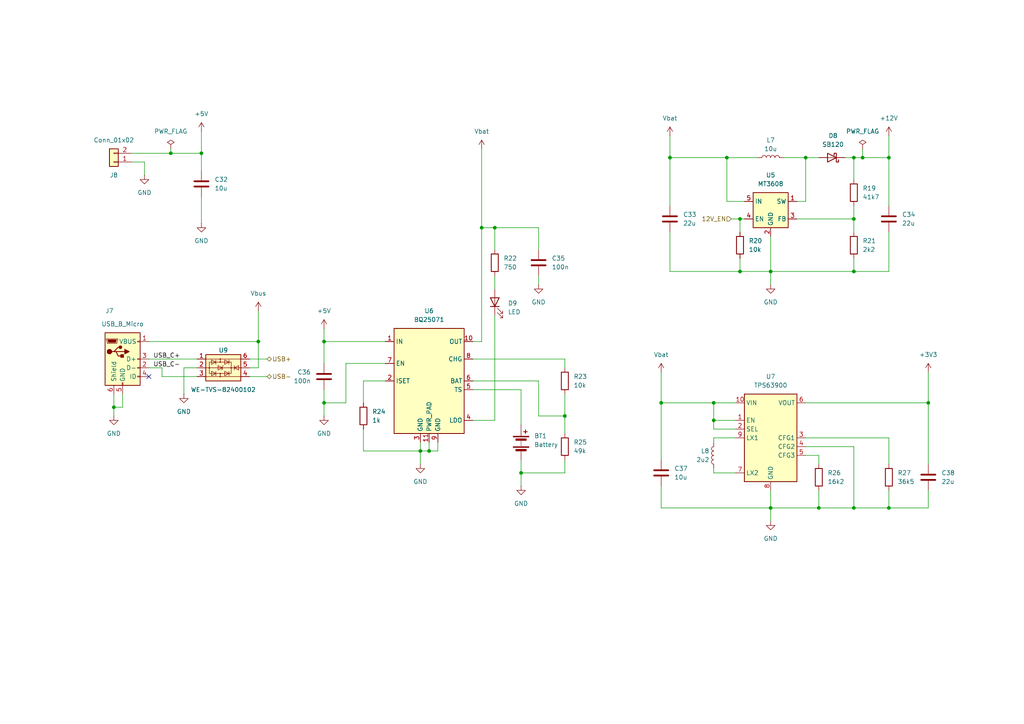
<source format=kicad_sch>
(kicad_sch (version 20250114) (generator "eeschema") (generator_version "9.0")
  (paper "A4")
  (title_block (title "Water Analyser Power") (date "2025-11-28") (rev "A") (company "Nicola Borkowetz"))
  (lib_symbols
    (symbol "Connector:USB_B_Micro" (pin_names (offset 1.016))
      (property "Reference" "J" (at -5.08 11.43 0))
      (property "Value" "USB_B_Micro" (at -5.08 8.89 0))
      (symbol "USB_B_Micro_0_1"
        (rectangle (start -5.08 -7.62) (end 5.08 7.62) (stroke (width 0.254)) (fill (type background)))
        (polyline (pts (xy -4.699 5.842) (xy -4.699 5.588) (xy -4.445 4.826) (xy -4.445 4.572) (xy -1.651 4.572) (xy -1.651 4.826) (xy -1.397 5.588) (xy -1.397 5.842) (xy -4.699 5.842)))
        (polyline (pts (xy -4.318 5.588) (xy -1.778 5.588) (xy -2.032 4.826) (xy -4.064 4.826) (xy -4.318 5.588)) (fill (type outline)))
        (circle (center -3.81 2.159) (radius 0.635) (stroke (width 0.254)) (fill (type outline)))
        (polyline (pts (xy -3.175 2.159) (xy -2.54 2.159) (xy -1.27 3.429) (xy -0.635 3.429)) (stroke (width 0.254)))
        (polyline (pts (xy -2.54 2.159) (xy -1.905 2.159) (xy -1.27 0.889) (xy 0 0.889)) (stroke (width 0.254)))
        (polyline (pts (xy -1.905 2.159) (xy 0.635 2.159)) (stroke (width 0.254)))
        (circle (center -0.635 3.429) (radius 0.381) (stroke (width 0.254)) (fill (type outline)))
        (rectangle (start -0.127 -7.62) (end 0.127 -6.858))
        (rectangle (start 0.254 1.27) (end -0.508 0.508) (stroke (width 0.254)) (fill (type outline)))
        (polyline (pts (xy 0.635 2.794) (xy 0.635 1.524) (xy 1.905 2.159) (xy 0.635 2.794)) (stroke (width 0.254)) (fill (type outline)))
        (rectangle (start 5.08 4.953) (end 4.318 5.207))
        (rectangle (start 5.08 -0.127) (end 4.318 0.127))
        (rectangle (start 5.08 -2.667) (end 4.318 -2.413))
        (rectangle (start 5.08 -5.207) (end 4.318 -4.953))
      )
      (symbol "USB_B_Micro_1_1"
        (pin passive line (at -2.54 -10.16 90) (length 2.54) (name "Shield") (number "6"))
        (pin power_out line (at 0 -10.16 90) (length 2.54) (name "GND") (number "5"))
        (pin power_out line (at 7.62 5.08 180) (length 2.54) (name "VBUS") (number "1"))
        (pin bidirectional line (at 7.62 0 180) (length 2.54) (name "D+") (number "3"))
        (pin bidirectional line (at 7.62 -2.54 180) (length 2.54) (name "D-") (number "2"))
        (pin passive line (at 7.62 -5.08 180) (length 2.54) (name "ID") (number "4"))
      )
    )
    (symbol "Connector_Generic:Conn_01x02" (pin_names (offset 1.016) (hide yes))
      (property "Reference" "J" (at 0 2.54 0))
      (property "Value" "Conn_01x02" (at 0 -5.08 0))
      (symbol "Conn_01x02_1_1"
        (rectangle (start -1.27 1.27) (end 1.27 -3.81) (stroke (width 0.254)) (fill (type background)))
        (rectangle (start -1.27 0.127) (end 0 -0.127) (stroke (width 0.1524)))
        (rectangle (start -1.27 -2.413) (end 0 -2.667) (stroke (width 0.1524)))
        (pin passive line (at -5.08 0 0) (length 3.81) (name "Pin_1") (number "1"))
        (pin passive line (at -5.08 -2.54 0) (length 3.81) (name "Pin_2") (number "2"))
      )
    )
    (symbol "Device:Battery" (pin_numbers (hide yes)) (pin_names (offset 0) (hide yes))
      (property "Reference" "BT" (at 2.54 2.54 0))
      (property "Value" "Battery" (at 2.54 0 0))
      (symbol "Battery_0_1"
        (rectangle (start -2.286 1.778) (end 2.286 1.524) (fill (type outline)))
        (rectangle (start -2.286 -1.27) (end 2.286 -1.524) (fill (type outline)))
        (rectangle (start -1.524 1.016) (end 1.524 0.508) (fill (type outline)))
        (rectangle (start -1.524 -2.032) (end 1.524 -2.54) (fill (type outline)))
        (polyline (pts (xy 0 1.778) (xy 0 2.54)))
        (polyline (pts (xy 0 0) (xy 0 0.254)))
        (polyline (pts (xy 0 -0.508) (xy 0 -0.254)))
        (polyline (pts (xy 0 -1.016) (xy 0 -0.762)))
        (polyline (pts (xy 0.762 3.048) (xy 1.778 3.048)) (stroke (width 0.254)))
        (polyline (pts (xy 1.27 3.556) (xy 1.27 2.54)) (stroke (width 0.254)))
      )
      (symbol "Battery_1_1"
        (pin passive line (at 0 5.08 270) (length 2.54) (name "+") (number "1"))
        (pin passive line (at 0 -5.08 90) (length 2.54) (name "-") (number "2"))
      )
    )
    (symbol "Device:C" (pin_numbers (hide yes)) (pin_names (offset 0.254))
      (property "Reference" "C" (at 0.635 2.54 0))
      (property "Value" "C" (at 0.635 -2.54 0))
      (symbol "C_0_1"
        (polyline (pts (xy -2.032 0.762) (xy 2.032 0.762)) (stroke (width 0.508)))
        (polyline (pts (xy -2.032 -0.762) (xy 2.032 -0.762)) (stroke (width 0.508)))
      )
      (symbol "C_1_1"
        (pin passive line (at 0 3.81 270) (length 2.794) (name "~") (number "1"))
        (pin passive line (at 0 -3.81 90) (length 2.794) (name "~") (number "2"))
      )
    )
    (symbol "Device:L" (pin_numbers (hide yes)) (pin_names (offset 1.016) (hide yes))
      (property "Reference" "L" (at -1.27 0 90))
      (property "Value" "L" (at 1.905 0 90))
      (symbol "L_0_1"
        (arc (start 0 2.54) (mid 0.6323 1.905) (end 0 1.27))
        (arc (start 0 1.27) (mid 0.6323 0.635) (end 0 0))
        (arc (start 0 0) (mid 0.6323 -0.635) (end 0 -1.27))
        (arc (start 0 -1.27) (mid 0.6323 -1.905) (end 0 -2.54))
      )
      (symbol "L_1_1"
        (pin passive line (at 0 3.81 270) (length 1.27) (name "1") (number "1"))
        (pin passive line (at 0 -3.81 90) (length 1.27) (name "2") (number "2"))
      )
    )
    (symbol "Device:LED" (pin_numbers (hide yes)) (pin_names (offset 1.016) (hide yes))
      (property "Reference" "D" (at 0 2.54 0))
      (property "Value" "LED" (at 0 -2.54 0))
      (symbol "LED_0_1"
        (polyline (pts (xy -3.048 -0.762) (xy -4.572 -2.286) (xy -3.81 -2.286) (xy -4.572 -2.286) (xy -4.572 -1.524)))
        (polyline (pts (xy -1.778 -0.762) (xy -3.302 -2.286) (xy -2.54 -2.286) (xy -3.302 -2.286) (xy -3.302 -1.524)))
        (polyline (pts (xy -1.27 0) (xy 1.27 0)))
        (polyline (pts (xy -1.27 -1.27) (xy -1.27 1.27)) (stroke (width 0.254)))
        (polyline (pts (xy 1.27 -1.27) (xy 1.27 1.27) (xy -1.27 0) (xy 1.27 -1.27)) (stroke (width 0.254)))
      )
      (symbol "LED_1_1"
        (pin passive line (at -3.81 0 0) (length 2.54) (name "K") (number "1"))
        (pin passive line (at 3.81 0 180) (length 2.54) (name "A") (number "2"))
      )
    )
    (symbol "Device:R" (pin_numbers (hide yes)) (pin_names (offset 0))
      (property "Reference" "R" (at 2.032 0 90))
      (property "Value" "R" (at 0 0 90))
      (symbol "R_0_1"
        (rectangle (start -1.016 -2.54) (end 1.016 2.54) (stroke (width 0.254)))
      )
      (symbol "R_1_1"
        (pin passive line (at 0 3.81 270) (length 1.27) (name "~") (number "1"))
        (pin passive line (at 0 -3.81 90) (length 1.27) (name "~") (number "2"))
      )
    )
    (symbol "Diode:SB120" (pin_numbers (hide yes)) (pin_names (offset 1.016) (hide yes))
      (property "Reference" "D" (at 0 2.54 0))
      (property "Value" "SB120" (at 0 -2.54 0))
      (symbol "SB120_0_1"
        (polyline (pts (xy -1.905 0.635) (xy -1.905 1.27) (xy -1.27 1.27) (xy -1.27 -1.27) (xy -0.635 -1.27) (xy -0.635 -0.635)) (stroke (width 0.254)))
        (polyline (pts (xy 1.27 1.27) (xy 1.27 -1.27) (xy -1.27 0) (xy 1.27 1.27)) (stroke (width 0.254)))
        (polyline (pts (xy 1.27 0) (xy -1.27 0)))
      )
      (symbol "SB120_1_1"
        (pin passive line (at -3.81 0 0) (length 2.54) (name "K") (number "1"))
        (pin passive line (at 3.81 0 180) (length 2.54) (name "A") (number "2"))
      )
    )
    (symbol "MyLibrary:BQ25071"
      (property "Reference" "U" (at 0.762 1.778 0))
      (symbol "BQ25071_0_1"
        (rectangle (start 0 0) (end 20.32 -30.48) (stroke (width 0.254)) (fill (type background)))
      )
      (symbol "BQ25071_1_1"
        (pin power_in line (at -2.54 -3.81 0) (length 2.54) (name "IN") (number "1"))
        (pin input line (at -2.54 -10.16 0) (length 2.54) (name "EN") (number "7"))
        (pin input line (at -2.54 -15.24 0) (length 2.54) (name "ISET") (number "2"))
        (pin power_in line (at 7.62 -33.02 90) (length 2.54) (name "GND") (number "3"))
        (pin power_in line (at 10.16 -33.02 90) (length 2.54) (name "PWR_PAD") (number "11"))
        (pin power_in line (at 12.7 -33.02 90) (length 2.54) (name "GND") (number "9"))
        (pin power_out line (at 22.86 -3.81 180) (length 2.54) (name "OUT") (number "10"))
        (pin output line (at 22.86 -8.89 180) (length 2.54) (name "CHG") (number "8"))
        (pin power_out line (at 22.86 -15.24 180) (length 2.54) (name "BAT") (number "6"))
        (pin input line (at 22.86 -17.78 180) (length 2.54) (name "TS") (number "5"))
        (pin output line (at 22.86 -26.67 180) (length 2.54) (name "LDO") (number "4"))
      )
    )
    (symbol "Power_Protection:WE-TVS-82400102"
      (property "Reference" "U" (at 0 7.62 0))
      (property "Value" "WE-TVS-82400102" (at 0 5.08 0))
      (symbol "WE-TVS-82400102_0_1"
        (polyline (pts (xy -5.08 2.54) (xy 5.08 2.54)))
        (polyline (pts (xy -5.08 -2.54) (xy 5.08 -2.54)))
        (rectangle (start -4.064 1.651) (end 2.286 -1.651))
        (circle (center -4.064 0) (radius 0.127))
        (polyline (pts (xy -4.064 0) (xy -5.08 0)))
        (polyline (pts (xy -4.064 0) (xy 2.286 0)) (fill (type outline)))
        (polyline (pts (xy -3.429 1.016) (xy -3.429 2.286) (xy -2.159 1.651) (xy -3.429 1.016)))
        (polyline (pts (xy -3.429 -1.016) (xy -3.429 -2.286) (xy -2.159 -1.651) (xy -3.429 -1.016)))
        (polyline (pts (xy -2.159 2.286) (xy -2.159 1.016)))
        (polyline (pts (xy -2.159 -1.016) (xy -2.159 -2.286)))
        (circle (center -0.889 2.54) (radius 0.127))
        (circle (center -0.889 1.651) (radius 0.127))
        (polyline (pts (xy -0.889 1.651) (xy -0.889 2.54)))
        (circle (center -0.889 -1.651) (radius 0.127))
        (polyline (pts (xy -0.889 -1.651) (xy -0.889 -2.413)))
        (circle (center -0.889 -2.54) (radius 0.127))
        (polyline (pts (xy -0.508 -0.635) (xy -0.508 -0.635)))
        (polyline (pts (xy 0 0.635) (xy -0.254 0.381) (xy -0.254 -0.381) (xy -0.508 -0.635)))
        (polyline (pts (xy 0.381 1.016) (xy 0.381 2.286) (xy 1.651 1.651) (xy 0.381 1.016)))
        (polyline (pts (xy 0.381 -1.016) (xy 0.381 -2.286) (xy 1.651 -1.651) (xy 0.381 -1.016)))
        (polyline (pts (xy 1.651 2.286) (xy 1.651 1.016)))
        (polyline (pts (xy 1.651 -1.016) (xy 1.651 -2.286)))
        (polyline (pts (xy 2.286 0) (xy 5.08 0)))
        (circle (center 2.286 0) (radius 0.127))
      )
      (symbol "WE-TVS-82400102_1_1"
        (rectangle (start -5.08 3.81) (end 5.08 -3.81) (stroke (width 0.254)) (fill (type background)))
        (polyline (pts (xy -1.524 0.635) (xy -1.524 -0.635) (xy -0.254 0) (xy -1.524 0.635)))
        (polyline (pts (xy 3.175 0.635) (xy 3.175 -0.635)))
        (polyline (pts (xy 4.445 0.635) (xy 4.445 -0.635) (xy 3.175 0) (xy 4.445 0.635)))
        (pin passive line (at -7.62 2.54 0) (length 2.54) (name "~") (number "1"))
        (pin passive line (at -7.62 0 0) (length 2.54) (name "~") (number "2"))
        (pin passive line (at -7.62 -2.54 0) (length 2.54) (name "~") (number "3"))
        (pin passive line (at 7.62 2.54 180) (length 2.54) (name "~") (number "6"))
        (pin passive line (at 7.62 0 180) (length 2.54) (name "~") (number "5"))
        (pin passive line (at 7.62 -2.54 180) (length 2.54) (name "~") (number "4"))
      )
    )
    (symbol "Regulator_Switching:MT3608"
      (property "Reference" "U" (at -2.54 8.89 0))
      (property "Value" "MT3608" (at -3.81 6.35 0))
      (symbol "MT3608_0_1"
        (rectangle (start -5.08 5.08) (end 5.08 -5.08) (stroke (width 0.254)) (fill (type background)))
      )
      (symbol "MT3608_1_1"
        (pin power_in line (at -7.62 2.54 0) (length 2.54) (name "IN") (number "5"))
        (pin input line (at -7.62 -2.54 0) (length 2.54) (name "EN") (number "4"))
        (pin power_in line (at 0 -7.62 90) (length 2.54) (name "GND") (number "2"))
        (pin no_connect line (at 5.08 0 180) (length 2.54) (hide yes) (name "NC") (number "6"))
        (pin passive line (at 7.62 2.54 180) (length 2.54) (name "SW") (number "1"))
        (pin input line (at 7.62 -2.54 180) (length 2.54) (name "FB") (number "3"))
      )
    )
    (symbol "Regulator_Switching:TPS63900"
      (property "Reference" "U" (at -7.62 13.97 0))
      (property "Value" "TPS63900" (at 5.08 13.97 0))
      (symbol "TPS63900_0_1"
        (rectangle (start -7.62 12.7) (end 7.62 -12.7) (stroke (width 0.254)) (fill (type background)))
      )
      (symbol "TPS63900_1_1"
        (pin power_in line (at -10.16 10.16 0) (length 2.54) (name "VIN") (number "10"))
        (pin input line (at -10.16 5.08 0) (length 2.54) (name "EN") (number "1"))
        (pin input line (at -10.16 2.54 0) (length 2.54) (name "SEL") (number "2"))
        (pin input line (at -10.16 0 0) (length 2.54) (name "LX1") (number "9"))
        (pin input line (at -10.16 -10.16 0) (length 2.54) (name "LX2") (number "7"))
        (pin passive line (at 0 -15.24 90) (length 2.54) (hide yes) (name "GND") (number "11"))
        (pin power_in line (at 0 -15.24 90) (length 2.54) (name "GND") (number "8"))
        (pin power_out line (at 10.16 10.16 180) (length 2.54) (name "VOUT") (number "6"))
        (pin input line (at 10.16 0 180) (length 2.54) (name "CFG1") (number "3"))
        (pin input line (at 10.16 -2.54 180) (length 2.54) (name "CFG2") (number "4"))
        (pin input line (at 10.16 -5.08 180) (length 2.54) (name "CFG3") (number "5"))
      )
    )
    (symbol "power:+5V" (power) (pin_numbers (hide yes)) (pin_names (offset 0) (hide yes))
      (property "Value" "+5V" (at 0 3.556 0))
      (symbol "+5V_0_1"
        (polyline (pts (xy -0.762 1.27) (xy 0 2.54)))
        (polyline (pts (xy 0 2.54) (xy 0.762 1.27)))
        (polyline (pts (xy 0 0) (xy 0 2.54)))
      )
      (symbol "+5V_1_1"
        (pin power_in line (at 0 0 90) (length 0) (name "~") (number "1"))
      )
    )
    (symbol "power:GND" (power) (pin_numbers (hide yes)) (pin_names (offset 0) (hide yes))
      (property "Value" "GND" (at 0 -3.81 0))
      (symbol "GND_0_1"
        (polyline (pts (xy 0 0) (xy 0 -1.27) (xy 1.27 -1.27) (xy 0 -2.54) (xy -1.27 -1.27) (xy 0 -1.27)))
      )
      (symbol "GND_1_1"
        (pin power_in line (at 0 0 270) (length 0) (name "~") (number "1"))
      )
    )
    (symbol "power:PWR_FLAG" (power) (pin_numbers (hide yes)) (pin_names (offset 0) (hide yes))
      (property "Value" "PWR_FLAG" (at 0 3.81 0))
      (symbol "PWR_FLAG_0_0"
        (pin power_out line (at 0 0 90) (length 0) (name "~") (number "1"))
      )
      (symbol "PWR_FLAG_0_1"
        (polyline (pts (xy 0 0) (xy 0 1.27) (xy -1.016 1.905) (xy 0 2.54) (xy 1.016 1.905) (xy 0 1.27)))
      )
    )
  )
  (junction (at 257.81 147.32))
  (junction (at 247.65 63.5))
  (junction (at 210.82 45.72))
  (junction (at 151.13 137.16))
  (junction (at 269.24 116.84))
  (junction (at 191.77 116.84))
  (junction (at 121.92 130.81))
  (junction (at 207.01 116.84))
  (junction (at 93.98 116.84))
  (junction (at 74.93 99.06))
  (junction (at 124.46 130.81))
  (junction (at 194.31 45.72))
  (junction (at 257.81 45.72))
  (junction (at 93.98 99.06))
  (junction (at 58.42 44.45))
  (junction (at 214.63 63.5))
  (junction (at 207.01 121.92))
  (junction (at 33.02 118.11))
  (junction (at 214.63 78.74))
  (junction (at 250.19 45.72))
  (junction (at 223.52 147.32))
  (junction (at 247.65 78.74))
  (junction (at 163.83 120.65))
  (junction (at 223.52 78.74))
  (junction (at 247.65 147.32))
  (junction (at 139.7 66.04))
  (junction (at 233.68 45.72))
  (junction (at 247.65 45.72))
  (junction (at 143.51 66.04))
  (junction (at 237.49 147.32))
  (junction (at 49.53 44.45))
  (no_connect (at 43.18 109.22))
  (wire (pts (xy 233.68 58.42) (xy 233.68 45.72)))
  (wire (pts (xy 207.01 127) (xy 213.36 127)))
  (wire (pts (xy 33.02 118.11) (xy 33.02 120.65)))
  (wire (pts (xy 156.21 66.04) (xy 143.51 66.04)))
  (wire (pts (xy 191.77 147.32) (xy 223.52 147.32)))
  (wire (pts (xy 194.31 45.72) (xy 210.82 45.72)))
  (wire (pts (xy 43.18 104.14) (xy 57.15 104.14)))
  (wire (pts (xy 43.18 99.06) (xy 74.93 99.06)))
  (wire (pts (xy 212.09 63.5) (xy 214.63 63.5)))
  (wire (pts (xy 247.65 59.69) (xy 247.65 63.5)))
  (wire (pts (xy 43.18 106.68) (xy 46.99 106.68)))
  (wire (pts (xy 127 128.27) (xy 127 130.81)))
  (wire (pts (xy 124.46 128.27) (xy 124.46 130.81)))
  (wire (pts (xy 247.65 45.72) (xy 245.11 45.72)))
  (wire (pts (xy 53.34 106.68) (xy 57.15 106.68)))
  (wire (pts (xy 100.33 105.41) (xy 100.33 116.84)))
  (wire (pts (xy 231.14 63.5) (xy 247.65 63.5)))
  (wire (pts (xy 151.13 133.35) (xy 151.13 137.16)))
  (wire (pts (xy 93.98 116.84) (xy 93.98 120.65)))
  (wire (pts (xy 247.65 147.32) (xy 257.81 147.32)))
  (wire (pts (xy 163.83 114.3) (xy 163.83 120.65)))
  (wire (pts (xy 237.49 147.32) (xy 247.65 147.32)))
  (wire (pts (xy 210.82 45.72) (xy 219.71 45.72)))
  (wire (pts (xy 194.31 39.37) (xy 194.31 45.72)))
  (wire (pts (xy 257.81 59.69) (xy 257.81 45.72)))
  (wire (pts (xy 257.81 78.74) (xy 247.65 78.74)))
  (wire (pts (xy 151.13 123.19) (xy 151.13 113.03)))
  (wire (pts (xy 269.24 116.84) (xy 269.24 134.62)))
  (wire (pts (xy 105.41 130.81) (xy 121.92 130.81)))
  (wire (pts (xy 156.21 72.39) (xy 156.21 66.04)))
  (wire (pts (xy 237.49 134.62) (xy 237.49 132.08)))
  (wire (pts (xy 191.77 133.35) (xy 191.77 116.84)))
  (wire (pts (xy 58.42 57.15) (xy 58.42 64.77)))
  (wire (pts (xy 163.83 137.16) (xy 151.13 137.16)))
  (wire (pts (xy 207.01 137.16) (xy 213.36 137.16)))
  (wire (pts (xy 93.98 99.06) (xy 111.76 99.06)))
  (wire (pts (xy 223.52 78.74) (xy 223.52 82.55)))
  (wire (pts (xy 35.56 118.11) (xy 33.02 118.11)))
  (wire (pts (xy 163.83 120.65) (xy 163.83 125.73)))
  (wire (pts (xy 194.31 67.31) (xy 194.31 78.74)))
  (wire (pts (xy 191.77 140.97) (xy 191.77 147.32)))
  (wire (pts (xy 143.51 91.44) (xy 143.51 121.92)))
  (wire (pts (xy 127 130.81) (xy 124.46 130.81)))
  (wire (pts (xy 163.83 104.14) (xy 137.16 104.14)))
  (wire (pts (xy 247.65 129.54) (xy 233.68 129.54)))
  (wire (pts (xy 257.81 142.24) (xy 257.81 147.32)))
  (wire (pts (xy 210.82 58.42) (xy 215.9 58.42)))
  (wire (pts (xy 257.81 127) (xy 257.81 134.62)))
  (wire (pts (xy 139.7 66.04) (xy 139.7 99.06)))
  (wire (pts (xy 163.83 133.35) (xy 163.83 137.16)))
  (wire (pts (xy 191.77 107.95) (xy 191.77 116.84)))
  (wire (pts (xy 233.68 45.72) (xy 237.49 45.72)))
  (wire (pts (xy 58.42 38.1) (xy 58.42 44.45)))
  (wire (pts (xy 207.01 121.92) (xy 207.01 124.46)))
  (wire (pts (xy 269.24 116.84) (xy 269.24 107.95)))
  (wire (pts (xy 237.49 132.08) (xy 233.68 132.08)))
  (wire (pts (xy 72.39 109.22) (xy 77.47 109.22)))
  (wire (pts (xy 151.13 113.03) (xy 137.16 113.03)))
  (wire (pts (xy 49.53 44.45) (xy 58.42 44.45)))
  (wire (pts (xy 223.52 147.32) (xy 237.49 147.32)))
  (wire (pts (xy 257.81 45.72) (xy 250.19 45.72)))
  (wire (pts (xy 46.99 106.68) (xy 46.99 109.22)))
  (wire (pts (xy 233.68 45.72) (xy 227.33 45.72)))
  (wire (pts (xy 121.92 128.27) (xy 121.92 130.81)))
  (wire (pts (xy 33.02 114.3) (xy 33.02 118.11)))
  (wire (pts (xy 93.98 99.06) (xy 93.98 105.41)))
  (wire (pts (xy 74.93 106.68) (xy 74.93 99.06)))
  (wire (pts (xy 74.93 90.17) (xy 74.93 99.06)))
  (wire (pts (xy 247.65 74.93) (xy 247.65 78.74)))
  (wire (pts (xy 207.01 121.92) (xy 213.36 121.92)))
  (wire (pts (xy 93.98 95.25) (xy 93.98 99.06)))
  (wire (pts (xy 247.65 63.5) (xy 247.65 67.31)))
  (wire (pts (xy 143.51 72.39) (xy 143.51 66.04)))
  (wire (pts (xy 223.52 68.58) (xy 223.52 78.74)))
  (wire (pts (xy 100.33 105.41) (xy 111.76 105.41)))
  (wire (pts (xy 231.14 58.42) (xy 233.68 58.42)))
  (wire (pts (xy 191.77 116.84) (xy 207.01 116.84)))
  (wire (pts (xy 247.65 52.07) (xy 247.65 45.72)))
  (wire (pts (xy 269.24 142.24) (xy 269.24 147.32)))
  (wire (pts (xy 46.99 109.22) (xy 57.15 109.22)))
  (wire (pts (xy 210.82 45.72) (xy 210.82 58.42)))
  (wire (pts (xy 49.53 43.18) (xy 49.53 44.45)))
  (wire (pts (xy 156.21 80.01) (xy 156.21 82.55)))
  (wire (pts (xy 214.63 63.5) (xy 214.63 67.31)))
  (wire (pts (xy 207.01 124.46) (xy 213.36 124.46)))
  (wire (pts (xy 233.68 116.84) (xy 269.24 116.84)))
  (wire (pts (xy 156.21 120.65) (xy 163.83 120.65)))
  (wire (pts (xy 214.63 63.5) (xy 215.9 63.5)))
  (wire (pts (xy 143.51 121.92) (xy 137.16 121.92)))
  (wire (pts (xy 207.01 128.27) (xy 207.01 127)))
  (wire (pts (xy 53.34 114.3) (xy 53.34 106.68)))
  (wire (pts (xy 194.31 59.69) (xy 194.31 45.72)))
  (wire (pts (xy 207.01 116.84) (xy 207.01 121.92)))
  (wire (pts (xy 121.92 130.81) (xy 121.92 134.62)))
  (wire (pts (xy 156.21 110.49) (xy 156.21 120.65)))
  (wire (pts (xy 250.19 45.72) (xy 247.65 45.72)))
  (wire (pts (xy 194.31 78.74) (xy 214.63 78.74)))
  (wire (pts (xy 207.01 135.89) (xy 207.01 137.16)))
  (wire (pts (xy 143.51 66.04) (xy 139.7 66.04)))
  (wire (pts (xy 257.81 67.31) (xy 257.81 78.74)))
  (wire (pts (xy 223.52 142.24) (xy 223.52 147.32)))
  (wire (pts (xy 41.91 46.99) (xy 38.1 46.99)))
  (wire (pts (xy 257.81 39.37) (xy 257.81 45.72)))
  (wire (pts (xy 207.01 116.84) (xy 213.36 116.84)))
  (wire (pts (xy 137.16 110.49) (xy 156.21 110.49)))
  (wire (pts (xy 247.65 78.74) (xy 223.52 78.74)))
  (wire (pts (xy 257.81 147.32) (xy 269.24 147.32)))
  (wire (pts (xy 38.1 44.45) (xy 49.53 44.45)))
  (wire (pts (xy 151.13 137.16) (xy 151.13 140.97)))
  (wire (pts (xy 163.83 106.68) (xy 163.83 104.14)))
  (wire (pts (xy 139.7 43.18) (xy 139.7 66.04)))
  (wire (pts (xy 139.7 99.06) (xy 137.16 99.06)))
  (wire (pts (xy 214.63 74.93) (xy 214.63 78.74)))
  (wire (pts (xy 93.98 113.03) (xy 93.98 116.84)))
  (wire (pts (xy 214.63 78.74) (xy 223.52 78.74)))
  (wire (pts (xy 105.41 110.49) (xy 111.76 110.49)))
  (wire (pts (xy 247.65 129.54) (xy 247.65 147.32)))
  (wire (pts (xy 237.49 142.24) (xy 237.49 147.32)))
  (wire (pts (xy 58.42 44.45) (xy 58.42 49.53)))
  (wire (pts (xy 105.41 124.46) (xy 105.41 130.81)))
  (wire (pts (xy 223.52 147.32) (xy 223.52 151.13)))
  (wire (pts (xy 100.33 116.84) (xy 93.98 116.84)))
  (wire (pts (xy 74.93 106.68) (xy 72.39 106.68)))
  (wire (pts (xy 124.46 130.81) (xy 121.92 130.81)))
  (wire (pts (xy 35.56 114.3) (xy 35.56 118.11)))
  (wire (pts (xy 250.19 43.18) (xy 250.19 45.72)))
  (wire (pts (xy 41.91 50.8) (xy 41.91 46.99)))
  (wire (pts (xy 72.39 104.14) (xy 77.47 104.14)))
  (wire (pts (xy 257.81 127) (xy 233.68 127)))
  (wire (pts (xy 105.41 116.84) (xy 105.41 110.49)))
  (wire (pts (xy 143.51 80.01) (xy 143.51 83.82)))
  (label "USB_C-" (at 44.45 106.68 0))
  (label "USB_C+" (at 44.45 104.14 0))
  (hierarchical_label "12V_EN" (shape input) (at 212.09 63.5 180))
  (hierarchical_label "USB-" (shape bidirectional) (at 77.47 109.22 0))
  (hierarchical_label "USB+" (shape bidirectional) (at 77.47 104.14 0))
  (symbol (lib_id "power:GND") (at 58.42 64.77 0) (unit 1)
    (property "Reference" "#PWR061" (effects (hide yes)))
    (property "Value" "GND" (at 58.42 69.85 0))
    (property "Description" "Power symbol creates a global label with name \"GND\" , ground" (effects (hide yes)))
  )
  (symbol (lib_id "MyLibrary:BQ25071") (at 114.3 95.25 0) (unit 1)
    (property "Reference" "U6" (at 124.46 90.17 0))
    (property "Value" "BQ25071" (at 124.46 92.71 0))
    (property "Footprint" "Package_SON:WSON-10-1EP_2x3mm_P0.5mm_EP0.84x2.4mm_ThermalVias" (effects (hide yes)))
    (property "Description" "LiFePO Battery management" (effects (hide yes)))
  )
  (symbol (lib_id "Power_Protection:WE-TVS-82400102") (at 64.77 106.68 0) (unit 1)
    (property "Reference" "U9" (at 64.77 101.6 0))
    (property "Value" "WE-TVS-82400102" (at 64.77 113.03 0))
    (property "Footprint" "Package_TO_SOT_SMD:SOT-23-6_Handsoldering" (effects (hide yes)))
    (property "Datasheet" "https://www.we-online.com/components/products/datasheet/82400102.pdf" (effects (hide yes)))
    (property "Description" "Low Capacitance TVS Diode Array, 2 Channels, SOT-23-6" (effects (hide yes)))
  )
  (symbol (lib_id "power:GND") (at 93.98 120.65 0) (unit 1)
    (property "Reference" "#PWR058" (effects (hide yes)))
    (property "Value" "GND" (at 93.98 125.73 0))
    (property "Description" "Power symbol creates a global label with name \"GND\" , ground" (effects (hide yes)))
  )
  (symbol (lib_id "power:PWR_FLAG") (at 49.53 43.18 0) (unit 1)
    (property "Reference" "#FLG01" (effects (hide yes)))
    (property "Value" "PWR_FLAG" (at 49.53 38.1 0))
    (property "Description" "Special symbol for telling ERC where power comes from" (effects (hide yes)))
  )
  (symbol (lib_id "Device:Battery") (at 151.13 128.27 0) (unit 1)
    (property "Reference" "BT1" (at 154.94 126.4284 0) (effects (justify left)))
    (property "Value" "Battery" (at 154.94 128.9684 0) (effects (justify left)))
    (property "Footprint" "Connector_Phoenix_MC:PhoenixContact_MCV_1,5_2-G-3.81_1x02_P3.81mm_Vertical" (effects (hide yes)))
    (property "Description" "Multiple-cell battery" (effects (hide yes)))
  )
  (symbol (lib_id "Device:R") (at 143.51 76.2 0) (unit 1)
    (property "Reference" "R22" (at 146.05 74.9299 0) (effects (justify left)))
    (property "Value" "750" (at 146.05 77.4699 0) (effects (justify left)))
    (property "Footprint" "Resistor_SMD:R_0603_1608Metric" (effects (hide yes)))
    (property "Description" "Resistor" (effects (hide yes)))
  )
  (symbol (lib_id "Device:C") (at 156.21 76.2 0) (unit 1)
    (property "Reference" "C35" (at 160.02 74.9299 0) (effects (justify left)))
    (property "Value" "100n" (at 160.02 77.4699 0) (effects (justify left)))
    (property "Footprint" "Capacitor_SMD:C_0603_1608Metric" (effects (hide yes)))
    (property "Description" "Unpolarized capacitor" (effects (hide yes)))
  )
  (symbol (lib_id "power:+5V") (at 93.98 95.25 0) (unit 1)
    (property "Reference" "#PWR064" (effects (hide yes)))
    (property "Value" "+5V" (at 93.98 90.17 0))
    (property "Description" "Power symbol creates a global label with name \"+5V\"" (effects (hide yes)))
  )
  (symbol (lib_id "power:+5V") (at 191.77 107.95 0) (unit 1)
    (property "Reference" "#PWR056" (effects (hide yes)))
    (property "Value" "Vbat" (at 191.77 102.87 0))
    (property "Description" "Power symbol creates a global label with name \"+5V\"" (effects (hide yes)))
  )
  (symbol (lib_id "power:GND") (at 223.52 82.55 0) (unit 1)
    (property "Reference" "#PWR055" (effects (hide yes)))
    (property "Value" "GND" (at 223.52 87.63 0))
    (property "Description" "Power symbol creates a global label with name \"GND\" , ground" (effects (hide yes)))
  )
  (symbol (lib_id "Device:L") (at 223.52 45.72 90) (unit 1)
    (property "Reference" "L7" (at 223.52 40.64 90))
    (property "Value" "10u" (at 223.52 43.18 90))
    (property "Footprint" "Inductor_SMD:L_0805_2012Metric" (effects (hide yes)))
    (property "Datasheet" "Isat 1.13A Rdc 88mOhm" (effects (hide yes)))
    (property "Description" "Inductor" (effects (hide yes)))
  )
  (symbol (lib_id "Device:LED") (at 143.51 87.63 90) (unit 1)
    (property "Reference" "D9" (at 147.32 87.9474 90) (effects (justify right)))
    (property "Value" "LED" (at 147.32 90.4874 90) (effects (justify right)))
    (property "Footprint" "LED_SMD:LED_0603_1608Metric" (effects (hide yes)))
    (property "Description" "Light emitting diode" (effects (hide yes)))
    (property "Sim.Pins" "1=K 2=A" (effects (hide yes)))
  )
  (symbol (lib_id "power:GND") (at 53.34 114.3 0) (unit 1)
    (property "Reference" "#PWR050" (effects (hide yes)))
    (property "Value" "GND" (at 53.34 119.38 0))
    (property "Description" "Power symbol creates a global label with name \"GND\" , ground" (effects (hide yes)))
  )
  (symbol (lib_id "power:+5V") (at 269.24 107.95 0) (unit 1)
    (property "Reference" "#PWR057" (effects (hide yes)))
    (property "Value" "+3V3" (at 269.24 102.87 0))
    (property "Description" "Power symbol creates a global label with name \"+5V\"" (effects (hide yes)))
  )
  (symbol (lib_id "power:PWR_FLAG") (at 250.19 43.18 0) (unit 1)
    (property "Reference" "#FLG04" (effects (hide yes)))
    (property "Value" "PWR_FLAG" (at 250.19 38.1 0))
    (property "Description" "Special symbol for telling ERC where power comes from" (effects (hide yes)))
  )
  (symbol (lib_id "Device:R") (at 105.41 120.65 0) (unit 1)
    (property "Reference" "R24" (at 107.95 119.3799 0) (effects (justify left)))
    (property "Value" "1k" (at 107.95 121.9199 0) (effects (justify left)))
    (property "Footprint" "Resistor_SMD:R_0603_1608Metric" (effects (hide yes)))
    (property "Description" "Resistor" (effects (hide yes)))
  )
  (symbol (lib_id "Device:R") (at 247.65 71.12 0) (unit 1)
    (property "Reference" "R21" (at 250.19 69.8499 0) (effects (justify left)))
    (property "Value" "2k2" (at 250.19 72.3899 0) (effects (justify left)))
    (property "Footprint" "Resistor_SMD:R_0603_1608Metric" (effects (hide yes)))
    (property "Description" "Resistor" (effects (hide yes)))
  )
  (symbol (lib_id "power:+5V") (at 257.81 39.37 0) (unit 1)
    (property "Reference" "#PWR048" (effects (hide yes)))
    (property "Value" "+12V" (at 257.81 34.29 0))
    (property "Description" "Power symbol creates a global label with name \"+5V\"" (effects (hide yes)))
  )
  (symbol (lib_id "Regulator_Switching:TPS63900") (at 223.52 127 0) (unit 1)
    (property "Reference" "U7" (at 223.52 109.22 0))
    (property "Value" "TPS63900" (at 223.52 111.76 0))
    (property "Footprint" "Package_SON:WSON-10-1EP_2.5x2.5mm_P0.5mm_EP1.2x2mm_ThermalVias" (effects (hide yes)))
    (property "Datasheet" "https://www.ti.com/lit/ds/symlink/tps63900.pdf" (effects (hide yes)))
    (property "Description" "Buck-Boost Converter, 1.8-5.5V Input Voltage, 0.4A Switch Current, Adjustable 1.8-5V Output Voltage, WSON-10" (effects (hide yes)))
  )
  (symbol (lib_id "Connector:USB_B_Micro") (at 35.56 104.14 0) (unit 1)
    (property "Reference" "J7" (at 31.75 90.17 0))
    (property "Value" "USB_B_Micro" (at 35.56 93.98 0))
    (property "Footprint" "Connector_USB:USB_Micro-AB_Molex_47590-0001" (effects (hide yes)))
    (property "Description" "USB Micro Type B connector" (effects (hide yes)))
  )
  (symbol (lib_id "power:GND") (at 41.91 50.8 0) (unit 1)
    (property "Reference" "#PWR053" (effects (hide yes)))
    (property "Value" "GND" (at 41.91 55.88 0))
    (property "Description" "Power symbol creates a global label with name \"GND\" , ground" (effects (hide yes)))
  )
  (symbol (lib_id "power:+5V") (at 194.31 39.37 0) (unit 1)
    (property "Reference" "#PWR047" (effects (hide yes)))
    (property "Value" "Vbat" (at 194.31 34.29 0))
    (property "Description" "Power symbol creates a global label with name \"+5V\"" (effects (hide yes)))
  )
  (symbol (lib_id "Device:R") (at 247.65 55.88 0) (unit 1)
    (property "Reference" "R19" (at 250.19 54.6099 0) (effects (justify left)))
    (property "Value" "41k7" (at 250.19 57.1499 0) (effects (justify left)))
    (property "Footprint" "Resistor_SMD:R_0603_1608Metric" (effects (hide yes)))
    (property "Description" "Resistor" (effects (hide yes)))
  )
  (symbol (lib_id "Diode:SB120") (at 241.3 45.72 180) (unit 1)
    (property "Reference" "D8" (at 241.6175 39.37 0))
    (property "Value" "SB120" (at 241.6175 41.91 0))
    (property "Footprint" "Diode_SMD:D_SOD-128" (effects (hide yes)))
    (property "Datasheet" "http://www.diodes.com/_files/datasheets/ds23022.pdf" (effects (hide yes)))
    (property "Description" "20V 1A Schottky Barrier Rectifier Diode, DO-41" (effects (hide yes)))
  )
  (symbol (lib_id "power:+5V") (at 58.42 38.1 0) (unit 1)
    (property "Reference" "#PWR051" (effects (hide yes)))
    (property "Value" "+5V" (at 58.42 33.02 0))
    (property "Description" "Power symbol creates a global label with name \"+5V\"" (effects (hide yes)))
  )
  (symbol (lib_id "power:GND") (at 121.92 134.62 0) (unit 1)
    (property "Reference" "#PWR060" (effects (hide yes)))
    (property "Value" "GND" (at 121.92 139.7 0))
    (property "Description" "Power symbol creates a global label with name \"GND\" , ground" (effects (hide yes)))
  )
  (symbol (lib_id "Device:C") (at 257.81 63.5 0) (unit 1)
    (property "Reference" "C34" (at 261.62 62.2299 0) (effects (justify left)))
    (property "Value" "22u" (at 261.62 64.7699 0) (effects (justify left)))
    (property "Footprint" "Capacitor_SMD:C_0603_1608Metric" (effects (hide yes)))
    (property "Description" "Unpolarized capacitor" (effects (hide yes)))
  )
  (symbol (lib_id "Device:C") (at 191.77 137.16 0) (unit 1)
    (property "Reference" "C37" (at 195.58 135.8899 0) (effects (justify left)))
    (property "Value" "10u" (at 195.58 138.4299 0) (effects (justify left)))
    (property "Footprint" "Capacitor_SMD:C_0603_1608Metric" (effects (hide yes)))
    (property "Description" "Unpolarized capacitor" (effects (hide yes)))
  )
  (symbol (lib_id "power:GND") (at 156.21 82.55 0) (unit 1)
    (property "Reference" "#PWR054" (effects (hide yes)))
    (property "Value" "GND" (at 156.21 87.63 0))
    (property "Description" "Power symbol creates a global label with name \"GND\" , ground" (effects (hide yes)))
  )
  (symbol (lib_id "power:+5V") (at 139.7 43.18 0) (unit 1)
    (property "Reference" "#PWR049" (effects (hide yes)))
    (property "Value" "Vbat" (at 139.7 38.1 0))
    (property "Description" "Power symbol creates a global label with name \"+5V\"" (effects (hide yes)))
  )
  (symbol (lib_id "Device:C") (at 58.42 53.34 0) (unit 1)
    (property "Reference" "C32" (at 62.23 52.0699 0) (effects (justify left)))
    (property "Value" "10u" (at 62.23 54.6099 0) (effects (justify left)))
    (property "Footprint" "Capacitor_SMD:C_0603_1608Metric" (effects (hide yes)))
    (property "Description" "Unpolarized capacitor" (effects (hide yes)))
  )
  (symbol (lib_id "power:GND") (at 223.52 151.13 0) (unit 1)
    (property "Reference" "#PWR063" (effects (hide yes)))
    (property "Value" "GND" (at 223.52 156.21 0))
    (property "Description" "Power symbol creates a global label with name \"GND\" , ground" (effects (hide yes)))
  )
  (symbol (lib_id "Device:R") (at 163.83 129.54 0) (unit 1)
    (property "Reference" "R25" (at 166.37 128.2699 0) (effects (justify left)))
    (property "Value" "49k" (at 166.37 130.8099 0) (effects (justify left)))
    (property "Footprint" "Resistor_SMD:R_0603_1608Metric" (effects (hide yes)))
    (property "Description" "Resistor" (effects (hide yes)))
  )
  (symbol (lib_id "power:+5V") (at 74.93 90.17 0) (unit 1)
    (property "Reference" "#PWR052" (effects (hide yes)))
    (property "Value" "Vbus" (at 74.93 85.09 0))
    (property "Description" "Power symbol creates a global label with name \"+5V\"" (effects (hide yes)))
  )
  (symbol (lib_id "Connector_Generic:Conn_01x02") (at 33.02 46.99 180) (unit 1)
    (property "Reference" "J8" (at 33.02 50.8 0))
    (property "Value" "Conn_01x02" (at 33.02 40.64 0))
    (property "Footprint" "TerminalBlock_TE-Connectivity:TerminalBlock_TE_282834-2_1x02_P2.54mm_Horizontal" (effects (hide yes)))
    (property "Description" "Generic connector, single row, 01x02, script generated (kicad-library-utils/schlib/autogen/connector/)" (effects (hide yes)))
  )
  (symbol (lib_id "Device:R") (at 214.63 71.12 0) (unit 1)
    (property "Reference" "R20" (at 217.17 69.8499 0) (effects (justify left)))
    (property "Value" "10k" (at 217.17 72.3899 0) (effects (justify left)))
    (property "Footprint" "Resistor_SMD:R_0603_1608Metric" (effects (hide yes)))
    (property "Description" "Resistor" (effects (hide yes)))
  )
  (symbol (lib_id "Device:R") (at 257.81 138.43 0) (unit 1)
    (property "Reference" "R27" (at 260.35 137.1599 0) (effects (justify left)))
    (property "Value" "36k5" (at 260.35 139.6999 0) (effects (justify left)))
    (property "Footprint" "Resistor_SMD:R_0603_1608Metric" (effects (hide yes)))
    (property "Description" "Resistor" (effects (hide yes)))
  )
  (symbol (lib_id "power:GND") (at 151.13 140.97 0) (unit 1)
    (property "Reference" "#PWR062" (effects (hide yes)))
    (property "Value" "GND" (at 151.13 146.05 0))
    (property "Description" "Power symbol creates a global label with name \"GND\" , ground" (effects (hide yes)))
  )
  (symbol (lib_id "power:GND") (at 33.02 120.65 0) (unit 1)
    (property "Reference" "#PWR059" (effects (hide yes)))
    (property "Value" "GND" (at 33.02 125.73 0))
    (property "Description" "Power symbol creates a global label with name \"GND\" , ground" (effects (hide yes)))
  )
  (symbol (lib_id "Device:R") (at 237.49 138.43 0) (unit 1)
    (property "Reference" "R26" (at 240.03 137.1599 0) (effects (justify left)))
    (property "Value" "16k2" (at 240.03 139.6999 0) (effects (justify left)))
    (property "Footprint" "Resistor_SMD:R_0603_1608Metric" (effects (hide yes)))
    (property "Description" "Resistor" (effects (hide yes)))
  )
  (symbol (lib_id "Device:L") (at 207.01 132.08 0) (mirror y) (unit 1)
    (property "Reference" "L8" (at 205.74 130.8099 0) (effects (justify left)))
    (property "Value" "2u2" (at 205.74 133.3499 0) (effects (justify left)))
    (property "Footprint" "Inductor_SMD:L_0805_2012Metric" (effects (hide yes)))
    (property "Datasheet" "Isat 800 mA Rdc 80 mOhm" (effects (hide yes)))
    (property "Description" "Inductor" (effects (hide yes)))
  )
  (symbol (lib_id "Regulator_Switching:MT3608") (at 223.52 60.96 0) (unit 1)
    (property "Reference" "U5" (at 223.52 50.8 0))
    (property "Value" "MT3608" (at 223.52 53.34 0))
    (property "Footprint" "Package_TO_SOT_SMD:SOT-23-6" (effects (hide yes)))
    (property "Datasheet" "https://www.olimex.com/Products/Breadboarding/BB-PWR-3608/resources/MT3608.pdf" (effects (hide yes)))
    (property "Description" "High Efficiency 1.2MHz 2A Step Up Converter, 2-24V Vin, 28V Vout, 4A current limit, 1.2MHz, SOT23-6" (effects (hide yes)))
  )
  (symbol (lib_id "Device:C") (at 269.24 138.43 0) (unit 1)
    (property "Reference" "C38" (at 273.05 137.1599 0) (effects (justify left)))
    (property "Value" "22u" (at 273.05 139.6999 0) (effects (justify left)))
    (property "Footprint" "Capacitor_SMD:C_0603_1608Metric" (effects (hide yes)))
    (property "Description" "Unpolarized capacitor" (effects (hide yes)))
  )
  (symbol (lib_id "Device:C") (at 93.98 109.22 0) (mirror y) (unit 1)
    (property "Reference" "C36" (at 90.17 107.9499 0) (effects (justify left)))
    (property "Value" "100n" (at 90.17 110.4899 0) (effects (justify left)))
    (property "Footprint" "Capacitor_SMD:C_0603_1608Metric" (effects (hide yes)))
    (property "Description" "Unpolarized capacitor" (effects (hide yes)))
  )
  (symbol (lib_id "Device:C") (at 194.31 63.5 0) (unit 1)
    (property "Reference" "C33" (at 198.12 62.2299 0) (effects (justify left)))
    (property "Value" "22u" (at 198.12 64.7699 0) (effects (justify left)))
    (property "Footprint" "Capacitor_SMD:C_0603_1608Metric" (effects (hide yes)))
    (property "Description" "Unpolarized capacitor" (effects (hide yes)))
  )
  (symbol (lib_id "Device:R") (at 163.83 110.49 0) (unit 1)
    (property "Reference" "R23" (at 166.37 109.2199 0) (effects (justify left)))
    (property "Value" "10k" (at 166.37 111.7599 0) (effects (justify left)))
    (property "Footprint" "Resistor_SMD:R_0603_1608Metric" (effects (hide yes)))
    (property "Description" "Resistor" (effects (hide yes)))
  )
)
</source>
